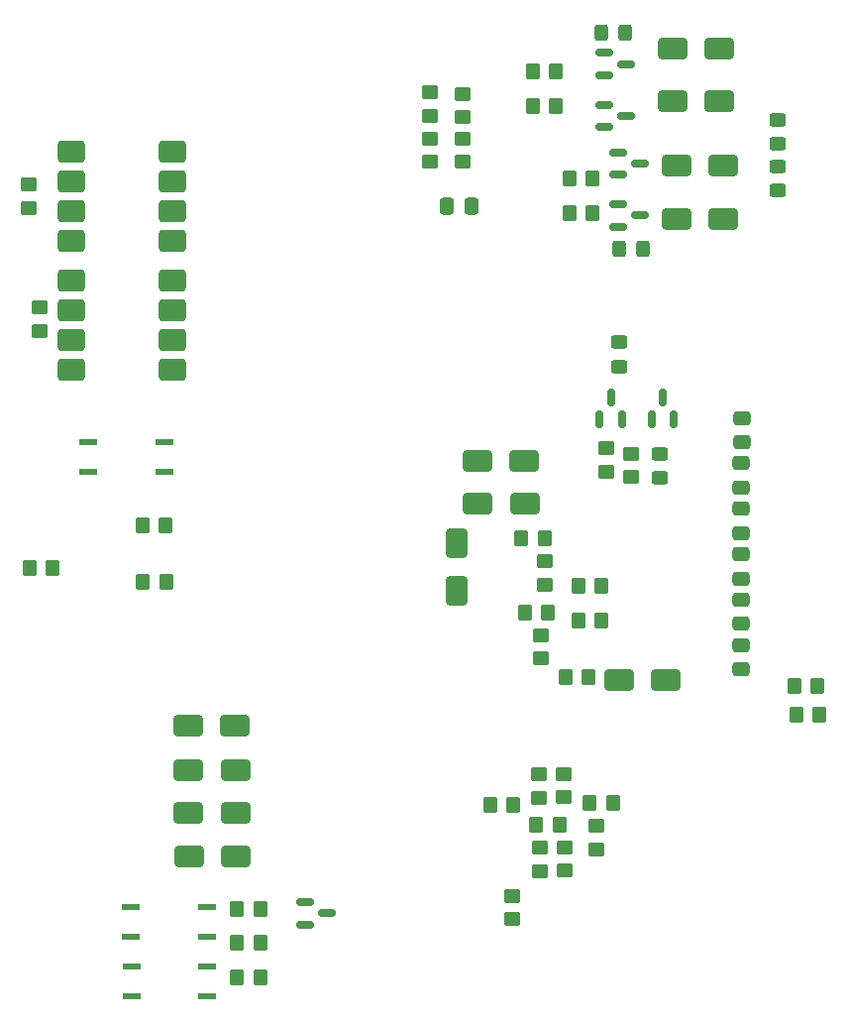
<source format=gbr>
%TF.GenerationSoftware,KiCad,Pcbnew,7.0.9*%
%TF.CreationDate,2024-02-15T16:51:20+05:30*%
%TF.ProjectId,BMS OPAMP,424d5320-4f50-4414-9d50-2e6b69636164,rev?*%
%TF.SameCoordinates,Original*%
%TF.FileFunction,Paste,Top*%
%TF.FilePolarity,Positive*%
%FSLAX46Y46*%
G04 Gerber Fmt 4.6, Leading zero omitted, Abs format (unit mm)*
G04 Created by KiCad (PCBNEW 7.0.9) date 2024-02-15 16:51:20*
%MOMM*%
%LPD*%
G01*
G04 APERTURE LIST*
G04 Aperture macros list*
%AMRoundRect*
0 Rectangle with rounded corners*
0 $1 Rounding radius*
0 $2 $3 $4 $5 $6 $7 $8 $9 X,Y pos of 4 corners*
0 Add a 4 corners polygon primitive as box body*
4,1,4,$2,$3,$4,$5,$6,$7,$8,$9,$2,$3,0*
0 Add four circle primitives for the rounded corners*
1,1,$1+$1,$2,$3*
1,1,$1+$1,$4,$5*
1,1,$1+$1,$6,$7*
1,1,$1+$1,$8,$9*
0 Add four rect primitives between the rounded corners*
20,1,$1+$1,$2,$3,$4,$5,0*
20,1,$1+$1,$4,$5,$6,$7,0*
20,1,$1+$1,$6,$7,$8,$9,0*
20,1,$1+$1,$8,$9,$2,$3,0*%
G04 Aperture macros list end*
%ADD10RoundRect,0.250000X0.450000X-0.325000X0.450000X0.325000X-0.450000X0.325000X-0.450000X-0.325000X0*%
%ADD11RoundRect,0.250000X-0.325000X-0.450000X0.325000X-0.450000X0.325000X0.450000X-0.325000X0.450000X0*%
%ADD12RoundRect,0.250000X-0.450000X0.325000X-0.450000X-0.325000X0.450000X-0.325000X0.450000X0.325000X0*%
%ADD13RoundRect,0.250000X0.900000X0.675000X-0.900000X0.675000X-0.900000X-0.675000X0.900000X-0.675000X0*%
%ADD14RoundRect,0.250000X-0.900000X-0.675000X0.900000X-0.675000X0.900000X0.675000X-0.900000X0.675000X0*%
%ADD15RoundRect,0.250000X0.450000X-0.350000X0.450000X0.350000X-0.450000X0.350000X-0.450000X-0.350000X0*%
%ADD16RoundRect,0.250000X-0.350000X-0.450000X0.350000X-0.450000X0.350000X0.450000X-0.350000X0.450000X0*%
%ADD17RoundRect,0.250000X-0.450000X0.350000X-0.450000X-0.350000X0.450000X-0.350000X0.450000X0.350000X0*%
%ADD18RoundRect,0.250000X-0.337500X-0.475000X0.337500X-0.475000X0.337500X0.475000X-0.337500X0.475000X0*%
%ADD19RoundRect,0.250000X0.475000X-0.337500X0.475000X0.337500X-0.475000X0.337500X-0.475000X-0.337500X0*%
%ADD20RoundRect,0.150000X-0.587500X-0.150000X0.587500X-0.150000X0.587500X0.150000X-0.587500X0.150000X0*%
%ADD21RoundRect,0.137500X-0.662500X-0.137500X0.662500X-0.137500X0.662500X0.137500X-0.662500X0.137500X0*%
%ADD22RoundRect,0.250000X-1.000000X-0.650000X1.000000X-0.650000X1.000000X0.650000X-1.000000X0.650000X0*%
%ADD23RoundRect,0.250000X1.000000X0.650000X-1.000000X0.650000X-1.000000X-0.650000X1.000000X-0.650000X0*%
%ADD24RoundRect,0.250000X0.350000X0.450000X-0.350000X0.450000X-0.350000X-0.450000X0.350000X-0.450000X0*%
%ADD25RoundRect,0.150000X0.150000X-0.587500X0.150000X0.587500X-0.150000X0.587500X-0.150000X-0.587500X0*%
%ADD26RoundRect,0.250000X0.650000X-1.000000X0.650000X1.000000X-0.650000X1.000000X-0.650000X-1.000000X0*%
G04 APERTURE END LIST*
D10*
%TO.C,D26*%
X101000000Y-30525000D03*
X101000000Y-28475000D03*
%TD*%
D11*
%TO.C,D25*%
X87475000Y-35500000D03*
X89525000Y-35500000D03*
%TD*%
%TO.C,D24*%
X85975000Y-17000000D03*
X88025000Y-17000000D03*
%TD*%
D12*
%TO.C,D23*%
X101000000Y-24475000D03*
X101000000Y-26525000D03*
%TD*%
%TO.C,D22*%
X91000000Y-52975000D03*
X91000000Y-55025000D03*
%TD*%
D10*
%TO.C,D21*%
X87500000Y-45525000D03*
X87500000Y-43475000D03*
%TD*%
D13*
%TO.C,U7*%
X49350000Y-45810000D03*
X49350000Y-43270000D03*
X49350000Y-40730000D03*
X49350000Y-38190000D03*
X40650000Y-38190000D03*
X40650000Y-40730000D03*
X40650000Y-43270000D03*
X40650000Y-45810000D03*
%TD*%
D14*
%TO.C,U6*%
X40650000Y-27190000D03*
X40650000Y-29730000D03*
X40650000Y-32270000D03*
X40650000Y-34810000D03*
X49350000Y-34810000D03*
X49350000Y-32270000D03*
X49350000Y-29730000D03*
X49350000Y-27190000D03*
%TD*%
D15*
%TO.C,R13*%
X78359000Y-92744800D03*
X78359000Y-90744800D03*
%TD*%
D16*
%TO.C,R1*%
X37090600Y-62738000D03*
X39090600Y-62738000D03*
%TD*%
%TO.C,R60*%
X80111000Y-20316400D03*
X82111000Y-20316400D03*
%TD*%
%TO.C,R7*%
X54803800Y-97746400D03*
X56803800Y-97746400D03*
%TD*%
%TO.C,R44*%
X83988400Y-64287400D03*
X85988400Y-64287400D03*
%TD*%
D15*
%TO.C,R4*%
X38000000Y-42500000D03*
X38000000Y-40500000D03*
%TD*%
D17*
%TO.C,R26*%
X82854800Y-86604600D03*
X82854800Y-88604600D03*
%TD*%
D18*
%TO.C,C14*%
X72799700Y-31826200D03*
X74874700Y-31826200D03*
%TD*%
D15*
%TO.C,R53*%
X71348000Y-28051000D03*
X71348000Y-26051000D03*
%TD*%
D19*
%TO.C,C5*%
X97891600Y-67534700D03*
X97891600Y-65459700D03*
%TD*%
D15*
%TO.C,R41*%
X81102200Y-64169800D03*
X81102200Y-62169800D03*
%TD*%
D20*
%TO.C,Q7*%
X86183900Y-23210400D03*
X86183900Y-25110400D03*
X88058900Y-24160400D03*
%TD*%
D17*
%TO.C,R40*%
X80822800Y-68494400D03*
X80822800Y-70494400D03*
%TD*%
D16*
%TO.C,R11*%
X46802800Y-63957200D03*
X48802800Y-63957200D03*
%TD*%
D17*
%TO.C,R24*%
X80721200Y-86630000D03*
X80721200Y-88630000D03*
%TD*%
D16*
%TO.C,R51*%
X102444800Y-72847200D03*
X104444800Y-72847200D03*
%TD*%
D17*
%TO.C,R3*%
X37000000Y-30000000D03*
X37000000Y-32000000D03*
%TD*%
D21*
%TO.C,U1*%
X42141000Y-51968400D03*
X42141000Y-54508400D03*
X48641000Y-54508400D03*
X48641000Y-51968400D03*
%TD*%
D16*
%TO.C,R55*%
X83225800Y-32414000D03*
X85225800Y-32414000D03*
%TD*%
%TO.C,R39*%
X79111600Y-60248800D03*
X81111600Y-60248800D03*
%TD*%
D22*
%TO.C,D14*%
X92411200Y-32921800D03*
X96411200Y-32921800D03*
%TD*%
D23*
%TO.C,D3*%
X54705000Y-83693000D03*
X50705000Y-83693000D03*
%TD*%
D15*
%TO.C,R46*%
X86381800Y-54517800D03*
X86381800Y-52517800D03*
%TD*%
D17*
%TO.C,R58*%
X71348000Y-22148800D03*
X71348000Y-24148800D03*
%TD*%
D20*
%TO.C,Q1*%
X60682900Y-91302800D03*
X60682900Y-93202800D03*
X62557900Y-92252800D03*
%TD*%
D23*
%TO.C,D4*%
X54654200Y-76200000D03*
X50654200Y-76200000D03*
%TD*%
D24*
%TO.C,R38*%
X81416400Y-66522600D03*
X79416400Y-66522600D03*
%TD*%
%TO.C,R36*%
X84896200Y-72059800D03*
X82896200Y-72059800D03*
%TD*%
D25*
%TO.C,Q3*%
X90286800Y-50086500D03*
X92186800Y-50086500D03*
X91236800Y-48211500D03*
%TD*%
D19*
%TO.C,C4*%
X97917000Y-63673900D03*
X97917000Y-61598900D03*
%TD*%
D20*
%TO.C,Q4*%
X87428500Y-27244000D03*
X87428500Y-29144000D03*
X89303500Y-28194000D03*
%TD*%
D22*
%TO.C,D13*%
X92411200Y-28371800D03*
X96411200Y-28371800D03*
%TD*%
D20*
%TO.C,Q5*%
X87428500Y-31694000D03*
X87428500Y-33594000D03*
X89303500Y-32644000D03*
%TD*%
D24*
%TO.C,R21*%
X86953600Y-82854800D03*
X84953600Y-82854800D03*
%TD*%
D16*
%TO.C,R6*%
X54803800Y-94796400D03*
X56803800Y-94796400D03*
%TD*%
%TO.C,R45*%
X83988400Y-67237400D03*
X85988400Y-67237400D03*
%TD*%
D15*
%TO.C,R47*%
X88500000Y-55000000D03*
X88500000Y-53000000D03*
%TD*%
D23*
%TO.C,D1*%
X54705000Y-80010000D03*
X50705000Y-80010000D03*
%TD*%
D22*
%TO.C,D18*%
X92055600Y-22914200D03*
X96055600Y-22914200D03*
%TD*%
D17*
%TO.C,R59*%
X74142000Y-22250400D03*
X74142000Y-24250400D03*
%TD*%
D20*
%TO.C,Q6*%
X86183900Y-18760400D03*
X86183900Y-20660400D03*
X88058900Y-19710400D03*
%TD*%
D16*
%TO.C,R54*%
X83225800Y-29464000D03*
X85225800Y-29464000D03*
%TD*%
D19*
%TO.C,C1*%
X98018600Y-52040700D03*
X98018600Y-49965700D03*
%TD*%
%TO.C,C2*%
X97942400Y-55876100D03*
X97942400Y-53801100D03*
%TD*%
D16*
%TO.C,R23*%
X76470000Y-82981800D03*
X78470000Y-82981800D03*
%TD*%
D22*
%TO.C,D17*%
X92055600Y-18364200D03*
X96055600Y-18364200D03*
%TD*%
D23*
%TO.C,D20*%
X91509600Y-72288400D03*
X87509600Y-72288400D03*
%TD*%
D15*
%TO.C,R22*%
X85547200Y-86801200D03*
X85547200Y-84801200D03*
%TD*%
D22*
%TO.C,D6*%
X75368400Y-53568600D03*
X79368400Y-53568600D03*
%TD*%
D16*
%TO.C,R50*%
X102606600Y-75260200D03*
X104606600Y-75260200D03*
%TD*%
D19*
%TO.C,C6*%
X97891600Y-71395500D03*
X97891600Y-69320500D03*
%TD*%
D25*
%TO.C,Q2*%
X85836800Y-50086500D03*
X87736800Y-50086500D03*
X86786800Y-48211500D03*
%TD*%
D23*
%TO.C,D2*%
X54730400Y-87401400D03*
X50730400Y-87401400D03*
%TD*%
D21*
%TO.C,U2*%
X45772000Y-91744800D03*
X45772000Y-94284800D03*
X52272000Y-94284800D03*
X52272000Y-91744800D03*
%TD*%
D16*
%TO.C,R20*%
X80391000Y-84709000D03*
X82391000Y-84709000D03*
%TD*%
D15*
%TO.C,R27*%
X80619600Y-82356200D03*
X80619600Y-80356200D03*
%TD*%
%TO.C,R25*%
X82778600Y-82330800D03*
X82778600Y-80330800D03*
%TD*%
D26*
%TO.C,D19*%
X73634600Y-64661800D03*
X73634600Y-60661800D03*
%TD*%
D21*
%TO.C,U4*%
X45797400Y-96799400D03*
X45797400Y-99339400D03*
X52297400Y-99339400D03*
X52297400Y-96799400D03*
%TD*%
D15*
%TO.C,R52*%
X74116600Y-28051000D03*
X74116600Y-26051000D03*
%TD*%
D19*
%TO.C,C3*%
X97942400Y-59787700D03*
X97942400Y-57712700D03*
%TD*%
D16*
%TO.C,R5*%
X54803800Y-91846400D03*
X56803800Y-91846400D03*
%TD*%
%TO.C,R61*%
X80111000Y-23266400D03*
X82111000Y-23266400D03*
%TD*%
D24*
%TO.C,R10*%
X48726600Y-59131200D03*
X46726600Y-59131200D03*
%TD*%
D22*
%TO.C,D5*%
X75419200Y-57277000D03*
X79419200Y-57277000D03*
%TD*%
M02*

</source>
